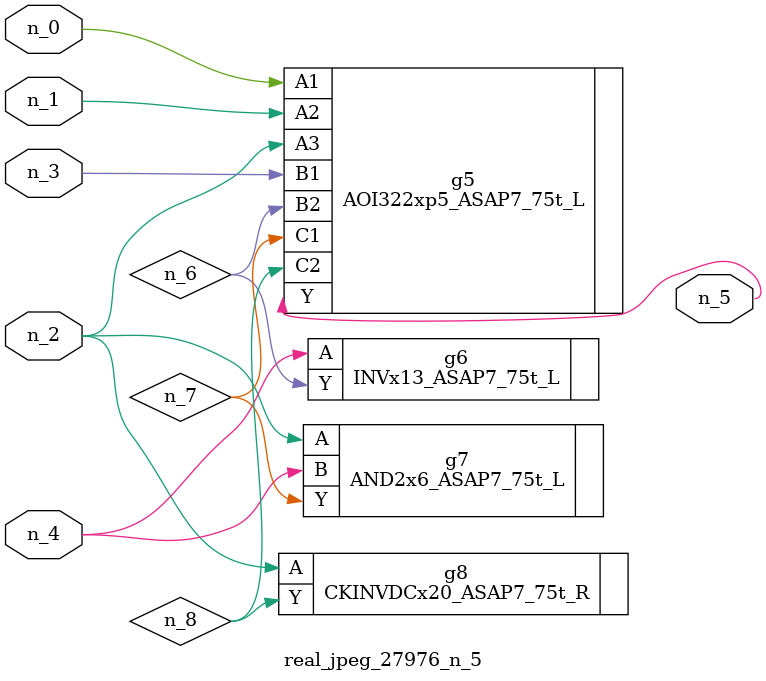
<source format=v>
module real_jpeg_27976_n_5 (n_4, n_0, n_1, n_2, n_3, n_5);

input n_4;
input n_0;
input n_1;
input n_2;
input n_3;

output n_5;

wire n_8;
wire n_6;
wire n_7;

AOI322xp5_ASAP7_75t_L g5 ( 
.A1(n_0),
.A2(n_1),
.A3(n_2),
.B1(n_3),
.B2(n_6),
.C1(n_7),
.C2(n_8),
.Y(n_5)
);

AND2x6_ASAP7_75t_L g7 ( 
.A(n_2),
.B(n_4),
.Y(n_7)
);

CKINVDCx20_ASAP7_75t_R g8 ( 
.A(n_2),
.Y(n_8)
);

INVx13_ASAP7_75t_L g6 ( 
.A(n_4),
.Y(n_6)
);


endmodule
</source>
